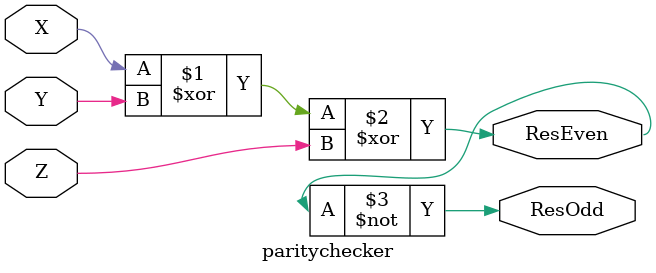
<source format=v>
`timescale 1ns / 1ps
module paritychecker(X,Y,Z,ResEven,ResOdd);
input X,Y,Z;
output ResEven,ResOdd;

assign ResEven = X^Y^Z;
assign ResOdd = ~ResEven;
endmodule

</source>
